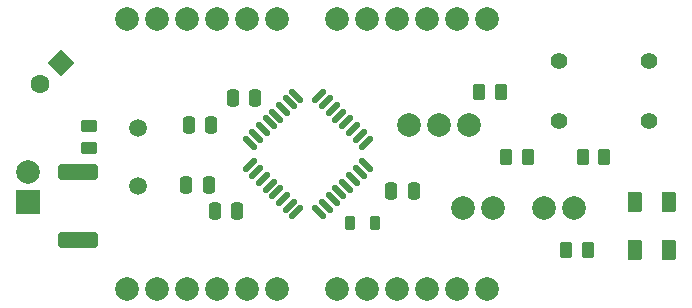
<source format=gbr>
%TF.GenerationSoftware,KiCad,Pcbnew,7.0.7*%
%TF.CreationDate,2023-09-18T12:00:33+02:00*%
%TF.ProjectId,AT90S4433_evaluation_board,41543930-5334-4343-9333-5f6576616c75,rev?*%
%TF.SameCoordinates,Original*%
%TF.FileFunction,Soldermask,Top*%
%TF.FilePolarity,Negative*%
%FSLAX46Y46*%
G04 Gerber Fmt 4.6, Leading zero omitted, Abs format (unit mm)*
G04 Created by KiCad (PCBNEW 7.0.7) date 2023-09-18 12:00:33*
%MOMM*%
%LPD*%
G01*
G04 APERTURE LIST*
G04 Aperture macros list*
%AMRoundRect*
0 Rectangle with rounded corners*
0 $1 Rounding radius*
0 $2 $3 $4 $5 $6 $7 $8 $9 X,Y pos of 4 corners*
0 Add a 4 corners polygon primitive as box body*
4,1,4,$2,$3,$4,$5,$6,$7,$8,$9,$2,$3,0*
0 Add four circle primitives for the rounded corners*
1,1,$1+$1,$2,$3*
1,1,$1+$1,$4,$5*
1,1,$1+$1,$6,$7*
1,1,$1+$1,$8,$9*
0 Add four rect primitives between the rounded corners*
20,1,$1+$1,$2,$3,$4,$5,0*
20,1,$1+$1,$4,$5,$6,$7,0*
20,1,$1+$1,$6,$7,$8,$9,0*
20,1,$1+$1,$8,$9,$2,$3,0*%
%AMRotRect*
0 Rectangle, with rotation*
0 The origin of the aperture is its center*
0 $1 length*
0 $2 width*
0 $3 Rotation angle, in degrees counterclockwise*
0 Add horizontal line*
21,1,$1,$2,0,0,$3*%
G04 Aperture macros list end*
%ADD10C,2.000000*%
%ADD11C,1.500000*%
%ADD12RoundRect,0.250000X-0.375000X-0.625000X0.375000X-0.625000X0.375000X0.625000X-0.375000X0.625000X0*%
%ADD13RoundRect,0.125000X-0.530330X0.353553X0.353553X-0.530330X0.530330X-0.353553X-0.353553X0.530330X0*%
%ADD14RoundRect,0.125000X-0.530330X-0.353553X-0.353553X-0.530330X0.530330X0.353553X0.353553X0.530330X0*%
%ADD15RoundRect,0.250000X-1.425000X0.425000X-1.425000X-0.425000X1.425000X-0.425000X1.425000X0.425000X0*%
%ADD16C,1.397000*%
%ADD17RoundRect,0.250000X-0.262500X-0.450000X0.262500X-0.450000X0.262500X0.450000X-0.262500X0.450000X0*%
%ADD18RoundRect,0.250000X-0.250000X-0.475000X0.250000X-0.475000X0.250000X0.475000X-0.250000X0.475000X0*%
%ADD19RotRect,1.600000X1.600000X225.000000*%
%ADD20C,1.600000*%
%ADD21RoundRect,0.218750X0.218750X0.381250X-0.218750X0.381250X-0.218750X-0.381250X0.218750X-0.381250X0*%
%ADD22R,2.000000X2.000000*%
%ADD23RoundRect,0.250000X0.262500X0.450000X-0.262500X0.450000X-0.262500X-0.450000X0.262500X-0.450000X0*%
%ADD24RoundRect,0.250000X0.250000X0.475000X-0.250000X0.475000X-0.250000X-0.475000X0.250000X-0.475000X0*%
%ADD25RoundRect,0.250000X0.450000X-0.262500X0.450000X0.262500X-0.450000X0.262500X-0.450000X-0.262500X0*%
G04 APERTURE END LIST*
D10*
%TO.C,JP8*%
X140218000Y-92202000D03*
X137678000Y-92202000D03*
%TD*%
D11*
%TO.C,Y1*%
X110109000Y-90334001D03*
X110109000Y-85434001D03*
%TD*%
D10*
%TO.C,JP7*%
X147076000Y-92202000D03*
X144536000Y-92202000D03*
%TD*%
%TO.C,JP9*%
X138176000Y-85217000D03*
X135636000Y-85217000D03*
X133096000Y-85217000D03*
%TD*%
D12*
%TO.C,D1*%
X152270000Y-91694000D03*
X155070000Y-91694000D03*
%TD*%
D13*
%TO.C,U1*%
X123566344Y-82711887D03*
X123000659Y-83277573D03*
X122434973Y-83843258D03*
X121869288Y-84408943D03*
X121303602Y-84974629D03*
X120737917Y-85540314D03*
X120172232Y-86106000D03*
X119606546Y-86671685D03*
D14*
X119606546Y-88616229D03*
X120172232Y-89181914D03*
X120737917Y-89747600D03*
X121303602Y-90313285D03*
X121869288Y-90878971D03*
X122434973Y-91444656D03*
X123000659Y-92010341D03*
X123566344Y-92576027D03*
D13*
X125510888Y-92576027D03*
X126076573Y-92010341D03*
X126642259Y-91444656D03*
X127207944Y-90878971D03*
X127773630Y-90313285D03*
X128339315Y-89747600D03*
X128905000Y-89181914D03*
X129470686Y-88616229D03*
D14*
X129470686Y-86671685D03*
X128905000Y-86106000D03*
X128339315Y-85540314D03*
X127773630Y-84974629D03*
X127207944Y-84408943D03*
X126642259Y-83843258D03*
X126076573Y-83277573D03*
X125510888Y-82711887D03*
%TD*%
D15*
%TO.C,D3*%
X105079800Y-89149600D03*
X105079800Y-94949600D03*
%TD*%
D16*
%TO.C,SW1*%
X145796000Y-79756000D03*
X153416000Y-79756000D03*
X145796000Y-84836000D03*
X153416000Y-84836000D03*
%TD*%
D12*
%TO.C,D2*%
X152270000Y-95758000D03*
X155070000Y-95758000D03*
%TD*%
D17*
%TO.C,R2*%
X147804500Y-87884000D03*
X149629500Y-87884000D03*
%TD*%
D18*
%TO.C,C2*%
X116652000Y-92456000D03*
X118552000Y-92456000D03*
%TD*%
D17*
%TO.C,R4*%
X146407500Y-95758000D03*
X148232500Y-95758000D03*
%TD*%
D10*
%TO.C,JP3*%
X139700000Y-76200000D03*
X137160000Y-76200000D03*
X134620000Y-76200000D03*
X132080000Y-76200000D03*
X129540000Y-76200000D03*
X127000000Y-76200000D03*
%TD*%
D19*
%TO.C,C6*%
X103595143Y-79919857D03*
D20*
X101827376Y-81687624D03*
%TD*%
D21*
%TO.C,L1*%
X130246900Y-93472000D03*
X128121900Y-93472000D03*
%TD*%
D10*
%TO.C,JP4*%
X109220000Y-99060000D03*
X111760000Y-99060000D03*
X114300000Y-99060000D03*
X116840000Y-99060000D03*
X119380000Y-99060000D03*
X121920000Y-99060000D03*
%TD*%
D18*
%TO.C,C1*%
X114239000Y-90297000D03*
X116139000Y-90297000D03*
%TD*%
D10*
%TO.C,TP3*%
X100863400Y-89204800D03*
D22*
X100863400Y-91744800D03*
%TD*%
D18*
%TO.C,C5*%
X114432000Y-85217000D03*
X116332000Y-85217000D03*
%TD*%
D23*
%TO.C,R3*%
X143152500Y-87884000D03*
X141327500Y-87884000D03*
%TD*%
D24*
%TO.C,C3*%
X133487200Y-90779600D03*
X131587200Y-90779600D03*
%TD*%
D10*
%TO.C,JP1*%
X121920000Y-76200000D03*
X119380000Y-76200000D03*
X116840000Y-76200000D03*
X114300000Y-76200000D03*
X111760000Y-76200000D03*
X109220000Y-76200000D03*
%TD*%
D18*
%TO.C,C4*%
X118176000Y-82931000D03*
X120076000Y-82931000D03*
%TD*%
D10*
%TO.C,JP2*%
X127000000Y-99060000D03*
X129540000Y-99060000D03*
X132080000Y-99060000D03*
X134620000Y-99060000D03*
X137160000Y-99060000D03*
X139700000Y-99060000D03*
%TD*%
D23*
%TO.C,R1*%
X140866500Y-82423000D03*
X139041500Y-82423000D03*
%TD*%
D25*
%TO.C,R5*%
X106019600Y-87094700D03*
X106019600Y-85269700D03*
%TD*%
M02*

</source>
